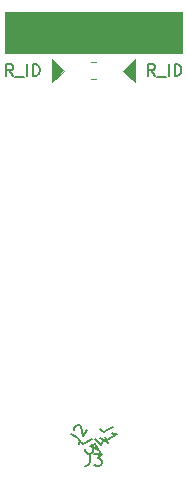
<source format=gto>
G04 #@! TF.GenerationSoftware,KiCad,Pcbnew,5.1.9+dfsg1-1+deb11u1*
G04 #@! TF.CreationDate,2024-03-01T00:12:53+09:00*
G04 #@! TF.ProjectId,inner,696e6e65-722e-46b6-9963-61645f706362,rev?*
G04 #@! TF.SameCoordinates,Original*
G04 #@! TF.FileFunction,Legend,Top*
G04 #@! TF.FilePolarity,Positive*
%FSLAX46Y46*%
G04 Gerber Fmt 4.6, Leading zero omitted, Abs format (unit mm)*
G04 Created by KiCad (PCBNEW 5.1.9+dfsg1-1+deb11u1) date 2024-03-01 00:12:53*
%MOMM*%
%LPD*%
G01*
G04 APERTURE LIST*
%ADD10C,0.150000*%
%ADD11C,0.100000*%
%ADD12C,0.120000*%
%ADD13C,1.000000*%
%ADD14C,5.000000*%
G04 APERTURE END LIST*
D10*
X148190476Y-73952380D02*
X147857142Y-73476190D01*
X147619047Y-73952380D02*
X147619047Y-72952380D01*
X148000000Y-72952380D01*
X148095238Y-73000000D01*
X148142857Y-73047619D01*
X148190476Y-73142857D01*
X148190476Y-73285714D01*
X148142857Y-73380952D01*
X148095238Y-73428571D01*
X148000000Y-73476190D01*
X147619047Y-73476190D01*
X148380952Y-74047619D02*
X149142857Y-74047619D01*
X149380952Y-73952380D02*
X149380952Y-72952380D01*
X149857142Y-73952380D02*
X149857142Y-72952380D01*
X150095238Y-72952380D01*
X150238095Y-73000000D01*
X150333333Y-73095238D01*
X150380952Y-73190476D01*
X150428571Y-73380952D01*
X150428571Y-73523809D01*
X150380952Y-73714285D01*
X150333333Y-73809523D01*
X150238095Y-73904761D01*
X150095238Y-73952380D01*
X149857142Y-73952380D01*
D11*
G36*
X152500000Y-73500000D02*
G01*
X151500000Y-74500000D01*
X151500000Y-72500000D01*
X152500000Y-73500000D01*
G37*
X152500000Y-73500000D02*
X151500000Y-74500000D01*
X151500000Y-72500000D01*
X152500000Y-73500000D01*
G36*
X158500000Y-74500000D02*
G01*
X157500000Y-73500000D01*
X158500000Y-72500000D01*
X158500000Y-74500000D01*
G37*
X158500000Y-74500000D02*
X157500000Y-73500000D01*
X158500000Y-72500000D01*
X158500000Y-74500000D01*
D10*
X160190476Y-73952380D02*
X159857142Y-73476190D01*
X159619047Y-73952380D02*
X159619047Y-72952380D01*
X160000000Y-72952380D01*
X160095238Y-73000000D01*
X160142857Y-73047619D01*
X160190476Y-73142857D01*
X160190476Y-73285714D01*
X160142857Y-73380952D01*
X160095238Y-73428571D01*
X160000000Y-73476190D01*
X159619047Y-73476190D01*
X160380952Y-74047619D02*
X161142857Y-74047619D01*
X161380952Y-73952380D02*
X161380952Y-72952380D01*
X161857142Y-73952380D02*
X161857142Y-72952380D01*
X162095238Y-72952380D01*
X162238095Y-73000000D01*
X162333333Y-73095238D01*
X162380952Y-73190476D01*
X162428571Y-73380952D01*
X162428571Y-73523809D01*
X162380952Y-73714285D01*
X162333333Y-73809523D01*
X162238095Y-73904761D01*
X162095238Y-73952380D01*
X161857142Y-73952380D01*
D11*
G36*
X162500000Y-72000000D02*
G01*
X147500000Y-72000000D01*
X147500000Y-68500000D01*
X162500000Y-68500000D01*
X162500000Y-72000000D01*
G37*
X162500000Y-72000000D02*
X147500000Y-72000000D01*
X147500000Y-68500000D01*
X162500000Y-68500000D01*
X162500000Y-72000000D01*
D12*
X155227064Y-72765000D02*
X154772936Y-72765000D01*
X155227064Y-74235000D02*
X154772936Y-74235000D01*
D10*
X154874572Y-104687515D02*
X154255982Y-105044658D01*
X154108455Y-105074847D01*
X153978357Y-105039987D01*
X153865689Y-104940079D01*
X153818070Y-104857600D01*
X155350762Y-105512301D02*
X155112667Y-105099908D01*
X154676465Y-105296764D01*
X154741513Y-105314194D01*
X154830372Y-105372863D01*
X154949419Y-105579059D01*
X154955799Y-105685347D01*
X154938369Y-105750396D01*
X154879700Y-105839255D01*
X154673504Y-105958302D01*
X154567216Y-105964682D01*
X154502167Y-105947252D01*
X154413308Y-105888583D01*
X154294261Y-105682387D01*
X154287881Y-105576098D01*
X154305311Y-105511050D01*
X154792094Y-105264865D02*
X155410683Y-105622008D01*
X155510592Y-105734676D01*
X155545451Y-105864774D01*
X155515262Y-106012301D01*
X155467643Y-106094780D01*
X155533150Y-104647985D02*
X156110500Y-104981318D01*
X155084188Y-104663705D02*
X155583730Y-105227045D01*
X155893254Y-104690934D01*
X154666666Y-105952380D02*
X154666666Y-106666666D01*
X154619047Y-106809523D01*
X154523809Y-106904761D01*
X154380952Y-106952380D01*
X154285714Y-106952380D01*
X155047619Y-105952380D02*
X155666666Y-105952380D01*
X155333333Y-106333333D01*
X155476190Y-106333333D01*
X155571428Y-106380952D01*
X155619047Y-106428571D01*
X155666666Y-106523809D01*
X155666666Y-106761904D01*
X155619047Y-106857142D01*
X155571428Y-106904761D01*
X155476190Y-106952380D01*
X155190476Y-106952380D01*
X155095238Y-106904761D01*
X155047619Y-106857142D01*
X153060043Y-104264865D02*
X153678632Y-104622008D01*
X153778541Y-104734676D01*
X153813400Y-104864774D01*
X153783211Y-105012301D01*
X153735592Y-105094780D01*
X153356807Y-103941330D02*
X153339377Y-103876282D01*
X153345757Y-103769993D01*
X153464805Y-103563797D01*
X153553663Y-103505128D01*
X153618712Y-103487698D01*
X153725000Y-103494078D01*
X153807479Y-103541697D01*
X153907387Y-103654365D01*
X154116544Y-104434951D01*
X154426068Y-103898840D01*
X156606623Y-103687515D02*
X155988033Y-104044658D01*
X155840506Y-104074847D01*
X155710408Y-104039987D01*
X155597740Y-103940079D01*
X155550121Y-103857600D01*
X156240597Y-105053540D02*
X155954883Y-104558669D01*
X156097740Y-104806104D02*
X156963766Y-104306104D01*
X156792429Y-104295054D01*
X156662331Y-104260195D01*
X156573473Y-104201526D01*
%LPC*%
D13*
X172088457Y-98598076D03*
X175552559Y-96598076D03*
X169088457Y-93401924D03*
X172552559Y-91401924D03*
G36*
G01*
X168590189Y-92534899D02*
X172050827Y-90536899D01*
G75*
G02*
X173419584Y-90903656I501000J-867757D01*
G01*
X176417584Y-96096344D01*
G75*
G02*
X176050827Y-97465101I-867757J-501000D01*
G01*
X172590189Y-99463101D01*
G75*
G02*
X171221432Y-99096344I-501000J867757D01*
G01*
X168223432Y-93903656D01*
G75*
G02*
X168590189Y-92534899I867757J501000D01*
G01*
G37*
X140911543Y-93401924D03*
X137447441Y-91401924D03*
X137911543Y-98598076D03*
X134447441Y-96598076D03*
G36*
G01*
X137409811Y-99463101D02*
X133949173Y-97465101D01*
G75*
G02*
X133582416Y-96096344I501000J867757D01*
G01*
X136580416Y-90903656D01*
G75*
G02*
X137949173Y-90536899I867757J-501000D01*
G01*
X141409811Y-92534899D01*
G75*
G02*
X141776568Y-93903656I-501000J-867757D01*
G01*
X138778568Y-99096344D01*
G75*
G02*
X137409811Y-99463101I-867757J501000D01*
G01*
G37*
X159500000Y-88500000D03*
X150500000Y-88500000D03*
X159500000Y-81500000D03*
X150500000Y-81500000D03*
G36*
G01*
X148500000Y-88150000D02*
X148500000Y-81850000D01*
G75*
G02*
X148850000Y-81500000I350000J0D01*
G01*
X161150000Y-81500000D01*
G75*
G02*
X161500000Y-81850000I0J-350000D01*
G01*
X161500000Y-88150000D01*
G75*
G02*
X161150000Y-88500000I-350000J0D01*
G01*
X148850000Y-88500000D01*
G75*
G02*
X148500000Y-88150000I0J350000D01*
G01*
G37*
D14*
X155000000Y-93000000D03*
D13*
X167039419Y-117147114D03*
X171539419Y-109352886D03*
X173101597Y-120647114D03*
X177601597Y-112852886D03*
G36*
G01*
X172842528Y-107795835D02*
X178298488Y-110945835D01*
G75*
G02*
X178426597Y-111423944I-175000J-303109D01*
G01*
X172276597Y-122076056D01*
G75*
G02*
X171798488Y-122204165I-303109J175000D01*
G01*
X166342528Y-119054165D01*
G75*
G02*
X166214419Y-118576056I175000J303109D01*
G01*
X172364419Y-107923944D01*
G75*
G02*
X172842528Y-107795835I303109J-175000D01*
G01*
G37*
D14*
X165392305Y-111000000D03*
D13*
X138460581Y-109352886D03*
X142960581Y-117147114D03*
X132398403Y-112852886D03*
X136898403Y-120647114D03*
G36*
G01*
X143657472Y-119054165D02*
X138201512Y-122204165D01*
G75*
G02*
X137723403Y-122076056I-175000J303109D01*
G01*
X131573403Y-111423944D01*
G75*
G02*
X131701512Y-110945835I303109J175000D01*
G01*
X137157472Y-107795835D01*
G75*
G02*
X137635581Y-107923944I175000J-303109D01*
G01*
X143785581Y-118576056D01*
G75*
G02*
X143657472Y-119054165I-303109J-175000D01*
G01*
G37*
D14*
X144607695Y-111000000D03*
G36*
G01*
X156600000Y-73049999D02*
X156600000Y-73950001D01*
G75*
G02*
X156350001Y-74200000I-249999J0D01*
G01*
X155649999Y-74200000D01*
G75*
G02*
X155400000Y-73950001I0J249999D01*
G01*
X155400000Y-73049999D01*
G75*
G02*
X155649999Y-72800000I249999J0D01*
G01*
X156350001Y-72800000D01*
G75*
G02*
X156600000Y-73049999I0J-249999D01*
G01*
G37*
G36*
G01*
X154600000Y-73049999D02*
X154600000Y-73950001D01*
G75*
G02*
X154350001Y-74200000I-249999J0D01*
G01*
X153649999Y-74200000D01*
G75*
G02*
X153400000Y-73950001I0J249999D01*
G01*
X153400000Y-73049999D01*
G75*
G02*
X153649999Y-72800000I249999J0D01*
G01*
X154350001Y-72800000D01*
G75*
G02*
X154600000Y-73049999I0J-249999D01*
G01*
G37*
M02*

</source>
